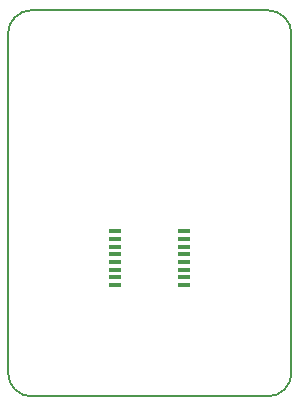
<source format=gbr>
G04 #@! TF.GenerationSoftware,KiCad,Pcbnew,5.1.4-e60b266~84~ubuntu19.04.1*
G04 #@! TF.CreationDate,2019-08-10T10:54:18+03:00*
G04 #@! TF.ProjectId,BRK-SSOP-16-4.4x5.2-P0.65,42524b2d-5353-44f5-902d-31362d342e34,v1.1*
G04 #@! TF.SameCoordinates,Original*
G04 #@! TF.FileFunction,Paste,Top*
G04 #@! TF.FilePolarity,Positive*
%FSLAX46Y46*%
G04 Gerber Fmt 4.6, Leading zero omitted, Abs format (unit mm)*
G04 Created by KiCad (PCBNEW 5.1.4-e60b266~84~ubuntu19.04.1) date 2019-08-10 10:54:18*
%MOMM*%
%LPD*%
G04 APERTURE LIST*
%ADD10C,0.150000*%
%ADD11R,1.000000X0.400000*%
G04 APERTURE END LIST*
D10*
X53000000Y-80700000D02*
G75*
G02X51000000Y-78700000I0J2000000D01*
G01*
X75000000Y-78700000D02*
G75*
G02X73000000Y-80700000I-2000000J0D01*
G01*
X73000000Y-48000000D02*
G75*
G02X75000000Y-50000000I0J-2000000D01*
G01*
X51000000Y-50000000D02*
G75*
G02X53000000Y-48000000I2000000J0D01*
G01*
X73000000Y-80700000D02*
X53000000Y-80700000D01*
X75000000Y-50000000D02*
X75000000Y-78700000D01*
X53000000Y-48000000D02*
X73000000Y-48000000D01*
X51000000Y-78700000D02*
X51000000Y-50000000D01*
D11*
X65860000Y-66715000D03*
X65860000Y-67365000D03*
X65860000Y-68015000D03*
X65860000Y-68665000D03*
X65860000Y-69315000D03*
X65860000Y-69965000D03*
X65860000Y-70615000D03*
X65860000Y-71265000D03*
X60060000Y-71265000D03*
X60060000Y-70615000D03*
X60060000Y-69965000D03*
X60060000Y-69315000D03*
X60060000Y-68665000D03*
X60060000Y-68015000D03*
X60060000Y-67365000D03*
X60060000Y-66715000D03*
M02*

</source>
